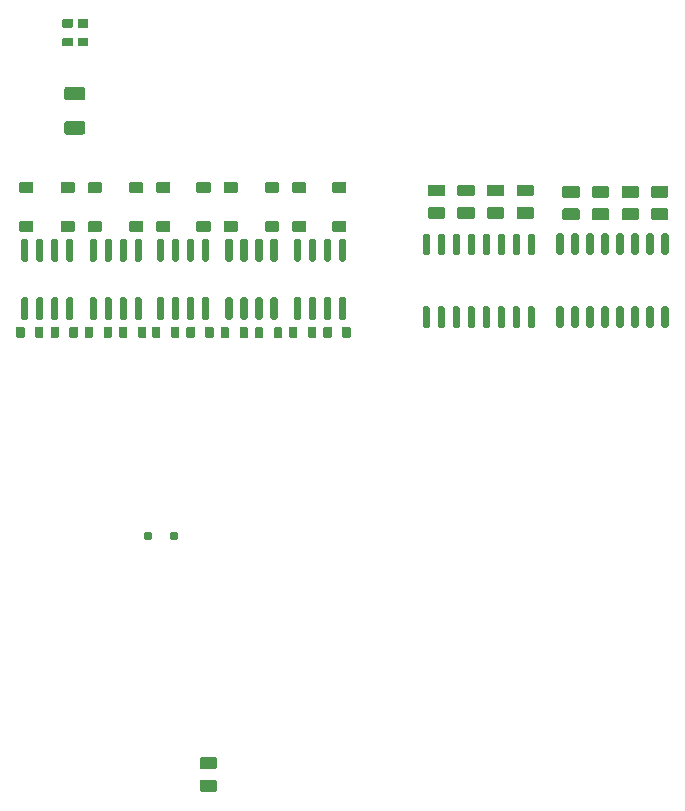
<source format=gtp>
G04 #@! TF.GenerationSoftware,KiCad,Pcbnew,8.0.4-8.0.4-0~ubuntu22.04.1*
G04 #@! TF.CreationDate,2024-07-19T04:05:59+00:00*
G04 #@! TF.ProjectId,PRODashController,50524f44-6173-4684-936f-6e74726f6c6c,rev?*
G04 #@! TF.SameCoordinates,Original*
G04 #@! TF.FileFunction,Paste,Top*
G04 #@! TF.FilePolarity,Positive*
%FSLAX46Y46*%
G04 Gerber Fmt 4.6, Leading zero omitted, Abs format (unit mm)*
G04 Created by KiCad (PCBNEW 8.0.4-8.0.4-0~ubuntu22.04.1) date 2024-07-19 04:05:59*
%MOMM*%
%LPD*%
G01*
G04 APERTURE LIST*
G04 APERTURE END LIST*
G04 #@! TO.C,D7*
G36*
G01*
X28690000Y60450000D02*
X29710000Y60450000D01*
G75*
G02*
X29800000Y60360000I0J-90000D01*
G01*
X29800000Y59640000D01*
G75*
G02*
X29710000Y59550000I-90000J0D01*
G01*
X28690000Y59550000D01*
G75*
G02*
X28600000Y59640000I0J90000D01*
G01*
X28600000Y60360000D01*
G75*
G02*
X28690000Y60450000I90000J0D01*
G01*
G37*
G36*
G01*
X28690000Y57150000D02*
X29710000Y57150000D01*
G75*
G02*
X29800000Y57060000I0J-90000D01*
G01*
X29800000Y56340000D01*
G75*
G02*
X29710000Y56250000I-90000J0D01*
G01*
X28690000Y56250000D01*
G75*
G02*
X28600000Y56340000I0J90000D01*
G01*
X28600000Y57060000D01*
G75*
G02*
X28690000Y57150000I90000J0D01*
G01*
G37*
G04 #@! TD*
G04 #@! TO.C,U4*
G36*
G01*
X29210000Y48775000D02*
X28910000Y48775000D01*
G75*
G02*
X28760000Y48925000I0J150000D01*
G01*
X28760000Y50575000D01*
G75*
G02*
X28910000Y50725000I150000J0D01*
G01*
X29210000Y50725000D01*
G75*
G02*
X29360000Y50575000I0J-150000D01*
G01*
X29360000Y48925000D01*
G75*
G02*
X29210000Y48775000I-150000J0D01*
G01*
G37*
G36*
G01*
X30480000Y48775000D02*
X30180000Y48775000D01*
G75*
G02*
X30030000Y48925000I0J150000D01*
G01*
X30030000Y50575000D01*
G75*
G02*
X30180000Y50725000I150000J0D01*
G01*
X30480000Y50725000D01*
G75*
G02*
X30630000Y50575000I0J-150000D01*
G01*
X30630000Y48925000D01*
G75*
G02*
X30480000Y48775000I-150000J0D01*
G01*
G37*
G36*
G01*
X31750000Y48775000D02*
X31450000Y48775000D01*
G75*
G02*
X31300000Y48925000I0J150000D01*
G01*
X31300000Y50575000D01*
G75*
G02*
X31450000Y50725000I150000J0D01*
G01*
X31750000Y50725000D01*
G75*
G02*
X31900000Y50575000I0J-150000D01*
G01*
X31900000Y48925000D01*
G75*
G02*
X31750000Y48775000I-150000J0D01*
G01*
G37*
G36*
G01*
X33020000Y48775000D02*
X32720000Y48775000D01*
G75*
G02*
X32570000Y48925000I0J150000D01*
G01*
X32570000Y50575000D01*
G75*
G02*
X32720000Y50725000I150000J0D01*
G01*
X33020000Y50725000D01*
G75*
G02*
X33170000Y50575000I0J-150000D01*
G01*
X33170000Y48925000D01*
G75*
G02*
X33020000Y48775000I-150000J0D01*
G01*
G37*
G36*
G01*
X33020000Y53725000D02*
X32720000Y53725000D01*
G75*
G02*
X32570000Y53875000I0J150000D01*
G01*
X32570000Y55525000D01*
G75*
G02*
X32720000Y55675000I150000J0D01*
G01*
X33020000Y55675000D01*
G75*
G02*
X33170000Y55525000I0J-150000D01*
G01*
X33170000Y53875000D01*
G75*
G02*
X33020000Y53725000I-150000J0D01*
G01*
G37*
G36*
G01*
X31750000Y53725000D02*
X31450000Y53725000D01*
G75*
G02*
X31300000Y53875000I0J150000D01*
G01*
X31300000Y55525000D01*
G75*
G02*
X31450000Y55675000I150000J0D01*
G01*
X31750000Y55675000D01*
G75*
G02*
X31900000Y55525000I0J-150000D01*
G01*
X31900000Y53875000D01*
G75*
G02*
X31750000Y53725000I-150000J0D01*
G01*
G37*
G36*
G01*
X30480000Y53725000D02*
X30180000Y53725000D01*
G75*
G02*
X30030000Y53875000I0J150000D01*
G01*
X30030000Y55525000D01*
G75*
G02*
X30180000Y55675000I150000J0D01*
G01*
X30480000Y55675000D01*
G75*
G02*
X30630000Y55525000I0J-150000D01*
G01*
X30630000Y53875000D01*
G75*
G02*
X30480000Y53725000I-150000J0D01*
G01*
G37*
G36*
G01*
X29210000Y53725000D02*
X28910000Y53725000D01*
G75*
G02*
X28760000Y53875000I0J150000D01*
G01*
X28760000Y55525000D01*
G75*
G02*
X28910000Y55675000I150000J0D01*
G01*
X29210000Y55675000D01*
G75*
G02*
X29360000Y55525000I0J-150000D01*
G01*
X29360000Y53875000D01*
G75*
G02*
X29210000Y53725000I-150000J0D01*
G01*
G37*
G04 #@! TD*
G04 #@! TO.C,R21*
G36*
G01*
X52835000Y57230020D02*
X51585000Y57230020D01*
G75*
G02*
X51485000Y57330020I0J100000D01*
G01*
X51485000Y58130020D01*
G75*
G02*
X51585000Y58230020I100000J0D01*
G01*
X52835000Y58230020D01*
G75*
G02*
X52935000Y58130020I0J-100000D01*
G01*
X52935000Y57330020D01*
G75*
G02*
X52835000Y57230020I-100000J0D01*
G01*
G37*
G36*
G01*
X52835000Y59130042D02*
X51585000Y59130042D01*
G75*
G02*
X51485000Y59230042I0J100000D01*
G01*
X51485000Y60030042D01*
G75*
G02*
X51585000Y60130042I100000J0D01*
G01*
X52835000Y60130042D01*
G75*
G02*
X52935000Y60030042I0J-100000D01*
G01*
X52935000Y59230042D01*
G75*
G02*
X52835000Y59130042I-100000J0D01*
G01*
G37*
G04 #@! TD*
G04 #@! TO.C,D10*
G36*
G01*
X9090000Y60450000D02*
X10110000Y60450000D01*
G75*
G02*
X10200000Y60360000I0J-90000D01*
G01*
X10200000Y59640000D01*
G75*
G02*
X10110000Y59550000I-90000J0D01*
G01*
X9090000Y59550000D01*
G75*
G02*
X9000000Y59640000I0J90000D01*
G01*
X9000000Y60360000D01*
G75*
G02*
X9090000Y60450000I90000J0D01*
G01*
G37*
G36*
G01*
X9090000Y57150000D02*
X10110000Y57150000D01*
G75*
G02*
X10200000Y57060000I0J-90000D01*
G01*
X10200000Y56340000D01*
G75*
G02*
X10110000Y56250000I-90000J0D01*
G01*
X9090000Y56250000D01*
G75*
G02*
X9000000Y56340000I0J90000D01*
G01*
X9000000Y57060000D01*
G75*
G02*
X9090000Y57150000I90000J0D01*
G01*
G37*
G04 #@! TD*
G04 #@! TO.C,R1*
G36*
G01*
X11050000Y47360000D02*
X11050000Y48140000D01*
G75*
G02*
X11120000Y48210000I70000J0D01*
G01*
X11680000Y48210000D01*
G75*
G02*
X11750000Y48140000I0J-70000D01*
G01*
X11750000Y47360000D01*
G75*
G02*
X11680000Y47290000I-70000J0D01*
G01*
X11120000Y47290000D01*
G75*
G02*
X11050000Y47360000I0J70000D01*
G01*
G37*
G36*
G01*
X12650000Y47360000D02*
X12650000Y48140000D01*
G75*
G02*
X12720000Y48210000I70000J0D01*
G01*
X13280000Y48210000D01*
G75*
G02*
X13350000Y48140000I0J-70000D01*
G01*
X13350000Y47360000D01*
G75*
G02*
X13280000Y47290000I-70000J0D01*
G01*
X12720000Y47290000D01*
G75*
G02*
X12650000Y47360000I0J70000D01*
G01*
G37*
G04 #@! TD*
G04 #@! TO.C,R16*
G36*
G01*
X43942928Y57342499D02*
X42692928Y57342499D01*
G75*
G02*
X42592928Y57442499I0J100000D01*
G01*
X42592928Y58242499D01*
G75*
G02*
X42692928Y58342499I100000J0D01*
G01*
X43942928Y58342499D01*
G75*
G02*
X44042928Y58242499I0J-100000D01*
G01*
X44042928Y57442499D01*
G75*
G02*
X43942928Y57342499I-100000J0D01*
G01*
G37*
G36*
G01*
X43942928Y59242521D02*
X42692928Y59242521D01*
G75*
G02*
X42592928Y59342521I0J100000D01*
G01*
X42592928Y60142521D01*
G75*
G02*
X42692928Y60242521I100000J0D01*
G01*
X43942928Y60242521D01*
G75*
G02*
X44042928Y60142521I0J-100000D01*
G01*
X44042928Y59342521D01*
G75*
G02*
X43942928Y59242521I-100000J0D01*
G01*
G37*
G04 #@! TD*
G04 #@! TO.C,R11*
G36*
G01*
X9210000Y74250000D02*
X9990000Y74250000D01*
G75*
G02*
X10060000Y74180000I0J-70000D01*
G01*
X10060000Y73620000D01*
G75*
G02*
X9990000Y73550000I-70000J0D01*
G01*
X9210000Y73550000D01*
G75*
G02*
X9140000Y73620000I0J70000D01*
G01*
X9140000Y74180000D01*
G75*
G02*
X9210000Y74250000I70000J0D01*
G01*
G37*
G36*
G01*
X9210000Y72650000D02*
X9990000Y72650000D01*
G75*
G02*
X10060000Y72580000I0J-70000D01*
G01*
X10060000Y72020000D01*
G75*
G02*
X9990000Y71950000I-70000J0D01*
G01*
X9210000Y71950000D01*
G75*
G02*
X9140000Y72020000I0J70000D01*
G01*
X9140000Y72580000D01*
G75*
G02*
X9210000Y72650000I70000J0D01*
G01*
G37*
G04 #@! TD*
G04 #@! TO.C,U3*
G36*
G01*
X23410000Y48775000D02*
X23110000Y48775000D01*
G75*
G02*
X22960000Y48925000I0J150000D01*
G01*
X22960000Y50575000D01*
G75*
G02*
X23110000Y50725000I150000J0D01*
G01*
X23410000Y50725000D01*
G75*
G02*
X23560000Y50575000I0J-150000D01*
G01*
X23560000Y48925000D01*
G75*
G02*
X23410000Y48775000I-150000J0D01*
G01*
G37*
G36*
G01*
X24680000Y48775000D02*
X24380000Y48775000D01*
G75*
G02*
X24230000Y48925000I0J150000D01*
G01*
X24230000Y50575000D01*
G75*
G02*
X24380000Y50725000I150000J0D01*
G01*
X24680000Y50725000D01*
G75*
G02*
X24830000Y50575000I0J-150000D01*
G01*
X24830000Y48925000D01*
G75*
G02*
X24680000Y48775000I-150000J0D01*
G01*
G37*
G36*
G01*
X25950000Y48775000D02*
X25650000Y48775000D01*
G75*
G02*
X25500000Y48925000I0J150000D01*
G01*
X25500000Y50575000D01*
G75*
G02*
X25650000Y50725000I150000J0D01*
G01*
X25950000Y50725000D01*
G75*
G02*
X26100000Y50575000I0J-150000D01*
G01*
X26100000Y48925000D01*
G75*
G02*
X25950000Y48775000I-150000J0D01*
G01*
G37*
G36*
G01*
X27220000Y48775000D02*
X26920000Y48775000D01*
G75*
G02*
X26770000Y48925000I0J150000D01*
G01*
X26770000Y50575000D01*
G75*
G02*
X26920000Y50725000I150000J0D01*
G01*
X27220000Y50725000D01*
G75*
G02*
X27370000Y50575000I0J-150000D01*
G01*
X27370000Y48925000D01*
G75*
G02*
X27220000Y48775000I-150000J0D01*
G01*
G37*
G36*
G01*
X27220000Y53725000D02*
X26920000Y53725000D01*
G75*
G02*
X26770000Y53875000I0J150000D01*
G01*
X26770000Y55525000D01*
G75*
G02*
X26920000Y55675000I150000J0D01*
G01*
X27220000Y55675000D01*
G75*
G02*
X27370000Y55525000I0J-150000D01*
G01*
X27370000Y53875000D01*
G75*
G02*
X27220000Y53725000I-150000J0D01*
G01*
G37*
G36*
G01*
X25950000Y53725000D02*
X25650000Y53725000D01*
G75*
G02*
X25500000Y53875000I0J150000D01*
G01*
X25500000Y55525000D01*
G75*
G02*
X25650000Y55675000I150000J0D01*
G01*
X25950000Y55675000D01*
G75*
G02*
X26100000Y55525000I0J-150000D01*
G01*
X26100000Y53875000D01*
G75*
G02*
X25950000Y53725000I-150000J0D01*
G01*
G37*
G36*
G01*
X24680000Y53725000D02*
X24380000Y53725000D01*
G75*
G02*
X24230000Y53875000I0J150000D01*
G01*
X24230000Y55525000D01*
G75*
G02*
X24380000Y55675000I150000J0D01*
G01*
X24680000Y55675000D01*
G75*
G02*
X24830000Y55525000I0J-150000D01*
G01*
X24830000Y53875000D01*
G75*
G02*
X24680000Y53725000I-150000J0D01*
G01*
G37*
G36*
G01*
X23410000Y53725000D02*
X23110000Y53725000D01*
G75*
G02*
X22960000Y53875000I0J150000D01*
G01*
X22960000Y55525000D01*
G75*
G02*
X23110000Y55675000I150000J0D01*
G01*
X23410000Y55675000D01*
G75*
G02*
X23560000Y55525000I0J-150000D01*
G01*
X23560000Y53875000D01*
G75*
G02*
X23410000Y53725000I-150000J0D01*
G01*
G37*
G04 #@! TD*
G04 #@! TO.C,R12*
G36*
G01*
X11290000Y71950000D02*
X10510000Y71950000D01*
G75*
G02*
X10440000Y72020000I0J70000D01*
G01*
X10440000Y72580000D01*
G75*
G02*
X10510000Y72650000I70000J0D01*
G01*
X11290000Y72650000D01*
G75*
G02*
X11360000Y72580000I0J-70000D01*
G01*
X11360000Y72020000D01*
G75*
G02*
X11290000Y71950000I-70000J0D01*
G01*
G37*
G36*
G01*
X11290000Y73550000D02*
X10510000Y73550000D01*
G75*
G02*
X10440000Y73620000I0J70000D01*
G01*
X10440000Y74180000D01*
G75*
G02*
X10510000Y74250000I70000J0D01*
G01*
X11290000Y74250000D01*
G75*
G02*
X11360000Y74180000I0J-70000D01*
G01*
X11360000Y73620000D01*
G75*
G02*
X11290000Y73550000I-70000J0D01*
G01*
G37*
G04 #@! TD*
G04 #@! TO.C,U5*
G36*
G01*
X6110000Y48775000D02*
X5810000Y48775000D01*
G75*
G02*
X5660000Y48925000I0J150000D01*
G01*
X5660000Y50575000D01*
G75*
G02*
X5810000Y50725000I150000J0D01*
G01*
X6110000Y50725000D01*
G75*
G02*
X6260000Y50575000I0J-150000D01*
G01*
X6260000Y48925000D01*
G75*
G02*
X6110000Y48775000I-150000J0D01*
G01*
G37*
G36*
G01*
X7380000Y48775000D02*
X7080000Y48775000D01*
G75*
G02*
X6930000Y48925000I0J150000D01*
G01*
X6930000Y50575000D01*
G75*
G02*
X7080000Y50725000I150000J0D01*
G01*
X7380000Y50725000D01*
G75*
G02*
X7530000Y50575000I0J-150000D01*
G01*
X7530000Y48925000D01*
G75*
G02*
X7380000Y48775000I-150000J0D01*
G01*
G37*
G36*
G01*
X8650000Y48775000D02*
X8350000Y48775000D01*
G75*
G02*
X8200000Y48925000I0J150000D01*
G01*
X8200000Y50575000D01*
G75*
G02*
X8350000Y50725000I150000J0D01*
G01*
X8650000Y50725000D01*
G75*
G02*
X8800000Y50575000I0J-150000D01*
G01*
X8800000Y48925000D01*
G75*
G02*
X8650000Y48775000I-150000J0D01*
G01*
G37*
G36*
G01*
X9920000Y48775000D02*
X9620000Y48775000D01*
G75*
G02*
X9470000Y48925000I0J150000D01*
G01*
X9470000Y50575000D01*
G75*
G02*
X9620000Y50725000I150000J0D01*
G01*
X9920000Y50725000D01*
G75*
G02*
X10070000Y50575000I0J-150000D01*
G01*
X10070000Y48925000D01*
G75*
G02*
X9920000Y48775000I-150000J0D01*
G01*
G37*
G36*
G01*
X9920000Y53725000D02*
X9620000Y53725000D01*
G75*
G02*
X9470000Y53875000I0J150000D01*
G01*
X9470000Y55525000D01*
G75*
G02*
X9620000Y55675000I150000J0D01*
G01*
X9920000Y55675000D01*
G75*
G02*
X10070000Y55525000I0J-150000D01*
G01*
X10070000Y53875000D01*
G75*
G02*
X9920000Y53725000I-150000J0D01*
G01*
G37*
G36*
G01*
X8650000Y53725000D02*
X8350000Y53725000D01*
G75*
G02*
X8200000Y53875000I0J150000D01*
G01*
X8200000Y55525000D01*
G75*
G02*
X8350000Y55675000I150000J0D01*
G01*
X8650000Y55675000D01*
G75*
G02*
X8800000Y55525000I0J-150000D01*
G01*
X8800000Y53875000D01*
G75*
G02*
X8650000Y53725000I-150000J0D01*
G01*
G37*
G36*
G01*
X7380000Y53725000D02*
X7080000Y53725000D01*
G75*
G02*
X6930000Y53875000I0J150000D01*
G01*
X6930000Y55525000D01*
G75*
G02*
X7080000Y55675000I150000J0D01*
G01*
X7380000Y55675000D01*
G75*
G02*
X7530000Y55525000I0J-150000D01*
G01*
X7530000Y53875000D01*
G75*
G02*
X7380000Y53725000I-150000J0D01*
G01*
G37*
G36*
G01*
X6110000Y53725000D02*
X5810000Y53725000D01*
G75*
G02*
X5660000Y53875000I0J150000D01*
G01*
X5660000Y55525000D01*
G75*
G02*
X5810000Y55675000I150000J0D01*
G01*
X6110000Y55675000D01*
G75*
G02*
X6260000Y55525000I0J-150000D01*
G01*
X6260000Y53875000D01*
G75*
G02*
X6110000Y53725000I-150000J0D01*
G01*
G37*
G04 #@! TD*
G04 #@! TO.C,D1*
G36*
G01*
X11390000Y60450000D02*
X12410000Y60450000D01*
G75*
G02*
X12500000Y60360000I0J-90000D01*
G01*
X12500000Y59640000D01*
G75*
G02*
X12410000Y59550000I-90000J0D01*
G01*
X11390000Y59550000D01*
G75*
G02*
X11300000Y59640000I0J90000D01*
G01*
X11300000Y60360000D01*
G75*
G02*
X11390000Y60450000I90000J0D01*
G01*
G37*
G36*
G01*
X11390000Y57150000D02*
X12410000Y57150000D01*
G75*
G02*
X12500000Y57060000I0J-90000D01*
G01*
X12500000Y56340000D01*
G75*
G02*
X12410000Y56250000I-90000J0D01*
G01*
X11390000Y56250000D01*
G75*
G02*
X11300000Y56340000I0J90000D01*
G01*
X11300000Y57060000D01*
G75*
G02*
X11390000Y57150000I90000J0D01*
G01*
G37*
G04 #@! TD*
G04 #@! TO.C,R3*
G36*
G01*
X16750000Y47360000D02*
X16750000Y48140000D01*
G75*
G02*
X16820000Y48210000I70000J0D01*
G01*
X17380000Y48210000D01*
G75*
G02*
X17450000Y48140000I0J-70000D01*
G01*
X17450000Y47360000D01*
G75*
G02*
X17380000Y47290000I-70000J0D01*
G01*
X16820000Y47290000D01*
G75*
G02*
X16750000Y47360000I0J70000D01*
G01*
G37*
G36*
G01*
X18350000Y47360000D02*
X18350000Y48140000D01*
G75*
G02*
X18420000Y48210000I70000J0D01*
G01*
X18980000Y48210000D01*
G75*
G02*
X19050000Y48140000I0J-70000D01*
G01*
X19050000Y47360000D01*
G75*
G02*
X18980000Y47290000I-70000J0D01*
G01*
X18420000Y47290000D01*
G75*
G02*
X18350000Y47360000I0J70000D01*
G01*
G37*
G04 #@! TD*
G04 #@! TO.C,D6*
G36*
G01*
X26390000Y60450000D02*
X27410000Y60450000D01*
G75*
G02*
X27500000Y60360000I0J-90000D01*
G01*
X27500000Y59640000D01*
G75*
G02*
X27410000Y59550000I-90000J0D01*
G01*
X26390000Y59550000D01*
G75*
G02*
X26300000Y59640000I0J90000D01*
G01*
X26300000Y60360000D01*
G75*
G02*
X26390000Y60450000I90000J0D01*
G01*
G37*
G36*
G01*
X26390000Y57150000D02*
X27410000Y57150000D01*
G75*
G02*
X27500000Y57060000I0J-90000D01*
G01*
X27500000Y56340000D01*
G75*
G02*
X27410000Y56250000I-90000J0D01*
G01*
X26390000Y56250000D01*
G75*
G02*
X26300000Y56340000I0J90000D01*
G01*
X26300000Y57060000D01*
G75*
G02*
X26390000Y57150000I90000J0D01*
G01*
G37*
G04 #@! TD*
G04 #@! TO.C,R9*
G36*
G01*
X5250000Y47360000D02*
X5250000Y48140000D01*
G75*
G02*
X5320000Y48210000I70000J0D01*
G01*
X5880000Y48210000D01*
G75*
G02*
X5950000Y48140000I0J-70000D01*
G01*
X5950000Y47360000D01*
G75*
G02*
X5880000Y47290000I-70000J0D01*
G01*
X5320000Y47290000D01*
G75*
G02*
X5250000Y47360000I0J70000D01*
G01*
G37*
G36*
G01*
X6850000Y47360000D02*
X6850000Y48140000D01*
G75*
G02*
X6920000Y48210000I70000J0D01*
G01*
X7480000Y48210000D01*
G75*
G02*
X7550000Y48140000I0J-70000D01*
G01*
X7550000Y47360000D01*
G75*
G02*
X7480000Y47290000I-70000J0D01*
G01*
X6920000Y47290000D01*
G75*
G02*
X6850000Y47360000I0J70000D01*
G01*
G37*
G04 #@! TD*
G04 #@! TO.C,R15*
G36*
G01*
X46445856Y57342499D02*
X45195856Y57342499D01*
G75*
G02*
X45095856Y57442499I0J100000D01*
G01*
X45095856Y58242499D01*
G75*
G02*
X45195856Y58342499I100000J0D01*
G01*
X46445856Y58342499D01*
G75*
G02*
X46545856Y58242499I0J-100000D01*
G01*
X46545856Y57442499D01*
G75*
G02*
X46445856Y57342499I-100000J0D01*
G01*
G37*
G36*
G01*
X46445856Y59242521D02*
X45195856Y59242521D01*
G75*
G02*
X45095856Y59342521I0J100000D01*
G01*
X45095856Y60142521D01*
G75*
G02*
X45195856Y60242521I100000J0D01*
G01*
X46445856Y60242521D01*
G75*
G02*
X46545856Y60142521I0J-100000D01*
G01*
X46545856Y59342521D01*
G75*
G02*
X46445856Y59242521I-100000J0D01*
G01*
G37*
G04 #@! TD*
G04 #@! TO.C,R20*
G36*
G01*
X55337928Y57230020D02*
X54087928Y57230020D01*
G75*
G02*
X53987928Y57330020I0J100000D01*
G01*
X53987928Y58130020D01*
G75*
G02*
X54087928Y58230020I100000J0D01*
G01*
X55337928Y58230020D01*
G75*
G02*
X55437928Y58130020I0J-100000D01*
G01*
X55437928Y57330020D01*
G75*
G02*
X55337928Y57230020I-100000J0D01*
G01*
G37*
G36*
G01*
X55337928Y59130042D02*
X54087928Y59130042D01*
G75*
G02*
X53987928Y59230042I0J100000D01*
G01*
X53987928Y60030042D01*
G75*
G02*
X54087928Y60130042I100000J0D01*
G01*
X55337928Y60130042D01*
G75*
G02*
X55437928Y60030042I0J-100000D01*
G01*
X55437928Y59230042D01*
G75*
G02*
X55337928Y59130042I-100000J0D01*
G01*
G37*
G04 #@! TD*
G04 #@! TO.C,U1*
G36*
G01*
X11910000Y48775000D02*
X11610000Y48775000D01*
G75*
G02*
X11460000Y48925000I0J150000D01*
G01*
X11460000Y50575000D01*
G75*
G02*
X11610000Y50725000I150000J0D01*
G01*
X11910000Y50725000D01*
G75*
G02*
X12060000Y50575000I0J-150000D01*
G01*
X12060000Y48925000D01*
G75*
G02*
X11910000Y48775000I-150000J0D01*
G01*
G37*
G36*
G01*
X13180000Y48775000D02*
X12880000Y48775000D01*
G75*
G02*
X12730000Y48925000I0J150000D01*
G01*
X12730000Y50575000D01*
G75*
G02*
X12880000Y50725000I150000J0D01*
G01*
X13180000Y50725000D01*
G75*
G02*
X13330000Y50575000I0J-150000D01*
G01*
X13330000Y48925000D01*
G75*
G02*
X13180000Y48775000I-150000J0D01*
G01*
G37*
G36*
G01*
X14450000Y48775000D02*
X14150000Y48775000D01*
G75*
G02*
X14000000Y48925000I0J150000D01*
G01*
X14000000Y50575000D01*
G75*
G02*
X14150000Y50725000I150000J0D01*
G01*
X14450000Y50725000D01*
G75*
G02*
X14600000Y50575000I0J-150000D01*
G01*
X14600000Y48925000D01*
G75*
G02*
X14450000Y48775000I-150000J0D01*
G01*
G37*
G36*
G01*
X15720000Y48775000D02*
X15420000Y48775000D01*
G75*
G02*
X15270000Y48925000I0J150000D01*
G01*
X15270000Y50575000D01*
G75*
G02*
X15420000Y50725000I150000J0D01*
G01*
X15720000Y50725000D01*
G75*
G02*
X15870000Y50575000I0J-150000D01*
G01*
X15870000Y48925000D01*
G75*
G02*
X15720000Y48775000I-150000J0D01*
G01*
G37*
G36*
G01*
X15720000Y53725000D02*
X15420000Y53725000D01*
G75*
G02*
X15270000Y53875000I0J150000D01*
G01*
X15270000Y55525000D01*
G75*
G02*
X15420000Y55675000I150000J0D01*
G01*
X15720000Y55675000D01*
G75*
G02*
X15870000Y55525000I0J-150000D01*
G01*
X15870000Y53875000D01*
G75*
G02*
X15720000Y53725000I-150000J0D01*
G01*
G37*
G36*
G01*
X14450000Y53725000D02*
X14150000Y53725000D01*
G75*
G02*
X14000000Y53875000I0J150000D01*
G01*
X14000000Y55525000D01*
G75*
G02*
X14150000Y55675000I150000J0D01*
G01*
X14450000Y55675000D01*
G75*
G02*
X14600000Y55525000I0J-150000D01*
G01*
X14600000Y53875000D01*
G75*
G02*
X14450000Y53725000I-150000J0D01*
G01*
G37*
G36*
G01*
X13180000Y53725000D02*
X12880000Y53725000D01*
G75*
G02*
X12730000Y53875000I0J150000D01*
G01*
X12730000Y55525000D01*
G75*
G02*
X12880000Y55675000I150000J0D01*
G01*
X13180000Y55675000D01*
G75*
G02*
X13330000Y55525000I0J-150000D01*
G01*
X13330000Y53875000D01*
G75*
G02*
X13180000Y53725000I-150000J0D01*
G01*
G37*
G36*
G01*
X11910000Y53725000D02*
X11610000Y53725000D01*
G75*
G02*
X11460000Y53875000I0J150000D01*
G01*
X11460000Y55525000D01*
G75*
G02*
X11610000Y55675000I150000J0D01*
G01*
X11910000Y55675000D01*
G75*
G02*
X12060000Y55525000I0J-150000D01*
G01*
X12060000Y53875000D01*
G75*
G02*
X11910000Y53725000I-150000J0D01*
G01*
G37*
G04 #@! TD*
G04 #@! TO.C,R13*
G36*
G01*
X20875000Y11750001D02*
X22125000Y11750001D01*
G75*
G02*
X22225000Y11650001I0J-100000D01*
G01*
X22225000Y10850001D01*
G75*
G02*
X22125000Y10750001I-100000J0D01*
G01*
X20875000Y10750001D01*
G75*
G02*
X20775000Y10850001I0J100000D01*
G01*
X20775000Y11650001D01*
G75*
G02*
X20875000Y11750001I100000J0D01*
G01*
G37*
G36*
G01*
X20875000Y9849979D02*
X22125000Y9849979D01*
G75*
G02*
X22225000Y9749979I0J-100000D01*
G01*
X22225000Y8949979D01*
G75*
G02*
X22125000Y8849979I-100000J0D01*
G01*
X20875000Y8849979D01*
G75*
G02*
X20775000Y8949979I0J100000D01*
G01*
X20775000Y9749979D01*
G75*
G02*
X20875000Y9849979I100000J0D01*
G01*
G37*
G04 #@! TD*
G04 #@! TO.C,D8*
G36*
G01*
X32090000Y60450000D02*
X33110000Y60450000D01*
G75*
G02*
X33200000Y60360000I0J-90000D01*
G01*
X33200000Y59640000D01*
G75*
G02*
X33110000Y59550000I-90000J0D01*
G01*
X32090000Y59550000D01*
G75*
G02*
X32000000Y59640000I0J90000D01*
G01*
X32000000Y60360000D01*
G75*
G02*
X32090000Y60450000I90000J0D01*
G01*
G37*
G36*
G01*
X32090000Y57150000D02*
X33110000Y57150000D01*
G75*
G02*
X33200000Y57060000I0J-90000D01*
G01*
X33200000Y56340000D01*
G75*
G02*
X33110000Y56250000I-90000J0D01*
G01*
X32090000Y56250000D01*
G75*
G02*
X32000000Y56340000I0J90000D01*
G01*
X32000000Y57060000D01*
G75*
G02*
X32090000Y57150000I90000J0D01*
G01*
G37*
G04 #@! TD*
G04 #@! TO.C,D5*
G36*
G01*
X22890000Y60450000D02*
X23910000Y60450000D01*
G75*
G02*
X24000000Y60360000I0J-90000D01*
G01*
X24000000Y59640000D01*
G75*
G02*
X23910000Y59550000I-90000J0D01*
G01*
X22890000Y59550000D01*
G75*
G02*
X22800000Y59640000I0J90000D01*
G01*
X22800000Y60360000D01*
G75*
G02*
X22890000Y60450000I90000J0D01*
G01*
G37*
G36*
G01*
X22890000Y57150000D02*
X23910000Y57150000D01*
G75*
G02*
X24000000Y57060000I0J-90000D01*
G01*
X24000000Y56340000D01*
G75*
G02*
X23910000Y56250000I-90000J0D01*
G01*
X22890000Y56250000D01*
G75*
G02*
X22800000Y56340000I0J90000D01*
G01*
X22800000Y57060000D01*
G75*
G02*
X22890000Y57150000I90000J0D01*
G01*
G37*
G04 #@! TD*
G04 #@! TO.C,D4*
G36*
G01*
X20590000Y60450000D02*
X21610000Y60450000D01*
G75*
G02*
X21700000Y60360000I0J-90000D01*
G01*
X21700000Y59640000D01*
G75*
G02*
X21610000Y59550000I-90000J0D01*
G01*
X20590000Y59550000D01*
G75*
G02*
X20500000Y59640000I0J90000D01*
G01*
X20500000Y60360000D01*
G75*
G02*
X20590000Y60450000I90000J0D01*
G01*
G37*
G36*
G01*
X20590000Y57150000D02*
X21610000Y57150000D01*
G75*
G02*
X21700000Y57060000I0J-90000D01*
G01*
X21700000Y56340000D01*
G75*
G02*
X21610000Y56250000I-90000J0D01*
G01*
X20590000Y56250000D01*
G75*
G02*
X20500000Y56340000I0J90000D01*
G01*
X20500000Y57060000D01*
G75*
G02*
X20590000Y57150000I90000J0D01*
G01*
G37*
G04 #@! TD*
G04 #@! TO.C,U6*
G36*
G01*
X48697500Y56105000D02*
X49022500Y56105000D01*
G75*
G02*
X49185000Y55942500I0J-162500D01*
G01*
X49185000Y54442500D01*
G75*
G02*
X49022500Y54280000I-162500J0D01*
G01*
X48697500Y54280000D01*
G75*
G02*
X48535000Y54442500I0J162500D01*
G01*
X48535000Y55942500D01*
G75*
G02*
X48697500Y56105000I162500J0D01*
G01*
G37*
G36*
G01*
X47427500Y56105000D02*
X47752500Y56105000D01*
G75*
G02*
X47915000Y55942500I0J-162500D01*
G01*
X47915000Y54442500D01*
G75*
G02*
X47752500Y54280000I-162500J0D01*
G01*
X47427500Y54280000D01*
G75*
G02*
X47265000Y54442500I0J162500D01*
G01*
X47265000Y55942500D01*
G75*
G02*
X47427500Y56105000I162500J0D01*
G01*
G37*
G36*
G01*
X46157500Y56105000D02*
X46482500Y56105000D01*
G75*
G02*
X46645000Y55942500I0J-162500D01*
G01*
X46645000Y54442500D01*
G75*
G02*
X46482500Y54280000I-162500J0D01*
G01*
X46157500Y54280000D01*
G75*
G02*
X45995000Y54442500I0J162500D01*
G01*
X45995000Y55942500D01*
G75*
G02*
X46157500Y56105000I162500J0D01*
G01*
G37*
G36*
G01*
X44887500Y56105000D02*
X45212500Y56105000D01*
G75*
G02*
X45375000Y55942500I0J-162500D01*
G01*
X45375000Y54442500D01*
G75*
G02*
X45212500Y54280000I-162500J0D01*
G01*
X44887500Y54280000D01*
G75*
G02*
X44725000Y54442500I0J162500D01*
G01*
X44725000Y55942500D01*
G75*
G02*
X44887500Y56105000I162500J0D01*
G01*
G37*
G36*
G01*
X43617500Y56105000D02*
X43942500Y56105000D01*
G75*
G02*
X44105000Y55942500I0J-162500D01*
G01*
X44105000Y54442500D01*
G75*
G02*
X43942500Y54280000I-162500J0D01*
G01*
X43617500Y54280000D01*
G75*
G02*
X43455000Y54442500I0J162500D01*
G01*
X43455000Y55942500D01*
G75*
G02*
X43617500Y56105000I162500J0D01*
G01*
G37*
G36*
G01*
X42347500Y56105000D02*
X42672500Y56105000D01*
G75*
G02*
X42835000Y55942500I0J-162500D01*
G01*
X42835000Y54442500D01*
G75*
G02*
X42672500Y54280000I-162500J0D01*
G01*
X42347500Y54280000D01*
G75*
G02*
X42185000Y54442500I0J162500D01*
G01*
X42185000Y55942500D01*
G75*
G02*
X42347500Y56105000I162500J0D01*
G01*
G37*
G36*
G01*
X41077500Y56105000D02*
X41402500Y56105000D01*
G75*
G02*
X41565000Y55942500I0J-162500D01*
G01*
X41565000Y54442500D01*
G75*
G02*
X41402500Y54280000I-162500J0D01*
G01*
X41077500Y54280000D01*
G75*
G02*
X40915000Y54442500I0J162500D01*
G01*
X40915000Y55942500D01*
G75*
G02*
X41077500Y56105000I162500J0D01*
G01*
G37*
G36*
G01*
X39807500Y56105000D02*
X40132500Y56105000D01*
G75*
G02*
X40295000Y55942500I0J-162500D01*
G01*
X40295000Y54442500D01*
G75*
G02*
X40132500Y54280000I-162500J0D01*
G01*
X39807500Y54280000D01*
G75*
G02*
X39645000Y54442500I0J162500D01*
G01*
X39645000Y55942500D01*
G75*
G02*
X39807500Y56105000I162500J0D01*
G01*
G37*
G36*
G01*
X39807500Y49930000D02*
X40132500Y49930000D01*
G75*
G02*
X40295000Y49767500I0J-162500D01*
G01*
X40295000Y48267500D01*
G75*
G02*
X40132500Y48105000I-162500J0D01*
G01*
X39807500Y48105000D01*
G75*
G02*
X39645000Y48267500I0J162500D01*
G01*
X39645000Y49767500D01*
G75*
G02*
X39807500Y49930000I162500J0D01*
G01*
G37*
G36*
G01*
X41077500Y49930000D02*
X41402500Y49930000D01*
G75*
G02*
X41565000Y49767500I0J-162500D01*
G01*
X41565000Y48267500D01*
G75*
G02*
X41402500Y48105000I-162500J0D01*
G01*
X41077500Y48105000D01*
G75*
G02*
X40915000Y48267500I0J162500D01*
G01*
X40915000Y49767500D01*
G75*
G02*
X41077500Y49930000I162500J0D01*
G01*
G37*
G36*
G01*
X42347500Y49930000D02*
X42672500Y49930000D01*
G75*
G02*
X42835000Y49767500I0J-162500D01*
G01*
X42835000Y48267500D01*
G75*
G02*
X42672500Y48105000I-162500J0D01*
G01*
X42347500Y48105000D01*
G75*
G02*
X42185000Y48267500I0J162500D01*
G01*
X42185000Y49767500D01*
G75*
G02*
X42347500Y49930000I162500J0D01*
G01*
G37*
G36*
G01*
X43617500Y49930000D02*
X43942500Y49930000D01*
G75*
G02*
X44105000Y49767500I0J-162500D01*
G01*
X44105000Y48267500D01*
G75*
G02*
X43942500Y48105000I-162500J0D01*
G01*
X43617500Y48105000D01*
G75*
G02*
X43455000Y48267500I0J162500D01*
G01*
X43455000Y49767500D01*
G75*
G02*
X43617500Y49930000I162500J0D01*
G01*
G37*
G36*
G01*
X44887500Y49930000D02*
X45212500Y49930000D01*
G75*
G02*
X45375000Y49767500I0J-162500D01*
G01*
X45375000Y48267500D01*
G75*
G02*
X45212500Y48105000I-162500J0D01*
G01*
X44887500Y48105000D01*
G75*
G02*
X44725000Y48267500I0J162500D01*
G01*
X44725000Y49767500D01*
G75*
G02*
X44887500Y49930000I162500J0D01*
G01*
G37*
G36*
G01*
X46157500Y49930000D02*
X46482500Y49930000D01*
G75*
G02*
X46645000Y49767500I0J-162500D01*
G01*
X46645000Y48267500D01*
G75*
G02*
X46482500Y48105000I-162500J0D01*
G01*
X46157500Y48105000D01*
G75*
G02*
X45995000Y48267500I0J162500D01*
G01*
X45995000Y49767500D01*
G75*
G02*
X46157500Y49930000I162500J0D01*
G01*
G37*
G36*
G01*
X47427500Y49930000D02*
X47752500Y49930000D01*
G75*
G02*
X47915000Y49767500I0J-162500D01*
G01*
X47915000Y48267500D01*
G75*
G02*
X47752500Y48105000I-162500J0D01*
G01*
X47427500Y48105000D01*
G75*
G02*
X47265000Y48267500I0J162500D01*
G01*
X47265000Y49767500D01*
G75*
G02*
X47427500Y49930000I162500J0D01*
G01*
G37*
G36*
G01*
X48697500Y49930000D02*
X49022500Y49930000D01*
G75*
G02*
X49185000Y49767500I0J-162500D01*
G01*
X49185000Y48267500D01*
G75*
G02*
X49022500Y48105000I-162500J0D01*
G01*
X48697500Y48105000D01*
G75*
G02*
X48535000Y48267500I0J162500D01*
G01*
X48535000Y49767500D01*
G75*
G02*
X48697500Y49930000I162500J0D01*
G01*
G37*
G04 #@! TD*
G04 #@! TO.C,R19*
G36*
G01*
X57840856Y57230020D02*
X56590856Y57230020D01*
G75*
G02*
X56490856Y57330020I0J100000D01*
G01*
X56490856Y58130020D01*
G75*
G02*
X56590856Y58230020I100000J0D01*
G01*
X57840856Y58230020D01*
G75*
G02*
X57940856Y58130020I0J-100000D01*
G01*
X57940856Y57330020D01*
G75*
G02*
X57840856Y57230020I-100000J0D01*
G01*
G37*
G36*
G01*
X57840856Y59130042D02*
X56590856Y59130042D01*
G75*
G02*
X56490856Y59230042I0J100000D01*
G01*
X56490856Y60030042D01*
G75*
G02*
X56590856Y60130042I100000J0D01*
G01*
X57840856Y60130042D01*
G75*
G02*
X57940856Y60030042I0J-100000D01*
G01*
X57940856Y59230042D01*
G75*
G02*
X57840856Y59130042I-100000J0D01*
G01*
G37*
G04 #@! TD*
G04 #@! TO.C,R14*
G36*
G01*
X48948784Y57342499D02*
X47698784Y57342499D01*
G75*
G02*
X47598784Y57442499I0J100000D01*
G01*
X47598784Y58242499D01*
G75*
G02*
X47698784Y58342499I100000J0D01*
G01*
X48948784Y58342499D01*
G75*
G02*
X49048784Y58242499I0J-100000D01*
G01*
X49048784Y57442499D01*
G75*
G02*
X48948784Y57342499I-100000J0D01*
G01*
G37*
G36*
G01*
X48948784Y59242521D02*
X47698784Y59242521D01*
G75*
G02*
X47598784Y59342521I0J100000D01*
G01*
X47598784Y60142521D01*
G75*
G02*
X47698784Y60242521I100000J0D01*
G01*
X48948784Y60242521D01*
G75*
G02*
X49048784Y60142521I0J-100000D01*
G01*
X49048784Y59342521D01*
G75*
G02*
X48948784Y59242521I-100000J0D01*
G01*
G37*
G04 #@! TD*
G04 #@! TO.C,R10*
G36*
G01*
X10450000Y48140000D02*
X10450000Y47360000D01*
G75*
G02*
X10380000Y47290000I-70000J0D01*
G01*
X9820000Y47290000D01*
G75*
G02*
X9750000Y47360000I0J70000D01*
G01*
X9750000Y48140000D01*
G75*
G02*
X9820000Y48210000I70000J0D01*
G01*
X10380000Y48210000D01*
G75*
G02*
X10450000Y48140000I0J-70000D01*
G01*
G37*
G36*
G01*
X8850000Y48140000D02*
X8850000Y47360000D01*
G75*
G02*
X8780000Y47290000I-70000J0D01*
G01*
X8220000Y47290000D01*
G75*
G02*
X8150000Y47360000I0J70000D01*
G01*
X8150000Y48140000D01*
G75*
G02*
X8220000Y48210000I70000J0D01*
G01*
X8780000Y48210000D01*
G75*
G02*
X8850000Y48140000I0J-70000D01*
G01*
G37*
G04 #@! TD*
G04 #@! TO.C,U2*
G36*
G01*
X17610000Y48775000D02*
X17310000Y48775000D01*
G75*
G02*
X17160000Y48925000I0J150000D01*
G01*
X17160000Y50575000D01*
G75*
G02*
X17310000Y50725000I150000J0D01*
G01*
X17610000Y50725000D01*
G75*
G02*
X17760000Y50575000I0J-150000D01*
G01*
X17760000Y48925000D01*
G75*
G02*
X17610000Y48775000I-150000J0D01*
G01*
G37*
G36*
G01*
X18880000Y48775000D02*
X18580000Y48775000D01*
G75*
G02*
X18430000Y48925000I0J150000D01*
G01*
X18430000Y50575000D01*
G75*
G02*
X18580000Y50725000I150000J0D01*
G01*
X18880000Y50725000D01*
G75*
G02*
X19030000Y50575000I0J-150000D01*
G01*
X19030000Y48925000D01*
G75*
G02*
X18880000Y48775000I-150000J0D01*
G01*
G37*
G36*
G01*
X20150000Y48775000D02*
X19850000Y48775000D01*
G75*
G02*
X19700000Y48925000I0J150000D01*
G01*
X19700000Y50575000D01*
G75*
G02*
X19850000Y50725000I150000J0D01*
G01*
X20150000Y50725000D01*
G75*
G02*
X20300000Y50575000I0J-150000D01*
G01*
X20300000Y48925000D01*
G75*
G02*
X20150000Y48775000I-150000J0D01*
G01*
G37*
G36*
G01*
X21420000Y48775000D02*
X21120000Y48775000D01*
G75*
G02*
X20970000Y48925000I0J150000D01*
G01*
X20970000Y50575000D01*
G75*
G02*
X21120000Y50725000I150000J0D01*
G01*
X21420000Y50725000D01*
G75*
G02*
X21570000Y50575000I0J-150000D01*
G01*
X21570000Y48925000D01*
G75*
G02*
X21420000Y48775000I-150000J0D01*
G01*
G37*
G36*
G01*
X21420000Y53725000D02*
X21120000Y53725000D01*
G75*
G02*
X20970000Y53875000I0J150000D01*
G01*
X20970000Y55525000D01*
G75*
G02*
X21120000Y55675000I150000J0D01*
G01*
X21420000Y55675000D01*
G75*
G02*
X21570000Y55525000I0J-150000D01*
G01*
X21570000Y53875000D01*
G75*
G02*
X21420000Y53725000I-150000J0D01*
G01*
G37*
G36*
G01*
X20150000Y53725000D02*
X19850000Y53725000D01*
G75*
G02*
X19700000Y53875000I0J150000D01*
G01*
X19700000Y55525000D01*
G75*
G02*
X19850000Y55675000I150000J0D01*
G01*
X20150000Y55675000D01*
G75*
G02*
X20300000Y55525000I0J-150000D01*
G01*
X20300000Y53875000D01*
G75*
G02*
X20150000Y53725000I-150000J0D01*
G01*
G37*
G36*
G01*
X18880000Y53725000D02*
X18580000Y53725000D01*
G75*
G02*
X18430000Y53875000I0J150000D01*
G01*
X18430000Y55525000D01*
G75*
G02*
X18580000Y55675000I150000J0D01*
G01*
X18880000Y55675000D01*
G75*
G02*
X19030000Y55525000I0J-150000D01*
G01*
X19030000Y53875000D01*
G75*
G02*
X18880000Y53725000I-150000J0D01*
G01*
G37*
G36*
G01*
X17610000Y53725000D02*
X17310000Y53725000D01*
G75*
G02*
X17160000Y53875000I0J150000D01*
G01*
X17160000Y55525000D01*
G75*
G02*
X17310000Y55675000I150000J0D01*
G01*
X17610000Y55675000D01*
G75*
G02*
X17760000Y55525000I0J-150000D01*
G01*
X17760000Y53875000D01*
G75*
G02*
X17610000Y53725000I-150000J0D01*
G01*
G37*
G04 #@! TD*
G04 #@! TO.C,R17*
G36*
G01*
X41440000Y57342499D02*
X40190000Y57342499D01*
G75*
G02*
X40090000Y57442499I0J100000D01*
G01*
X40090000Y58242499D01*
G75*
G02*
X40190000Y58342499I100000J0D01*
G01*
X41440000Y58342499D01*
G75*
G02*
X41540000Y58242499I0J-100000D01*
G01*
X41540000Y57442499D01*
G75*
G02*
X41440000Y57342499I-100000J0D01*
G01*
G37*
G36*
G01*
X41440000Y59242521D02*
X40190000Y59242521D01*
G75*
G02*
X40090000Y59342521I0J100000D01*
G01*
X40090000Y60142521D01*
G75*
G02*
X40190000Y60242521I100000J0D01*
G01*
X41440000Y60242521D01*
G75*
G02*
X41540000Y60142521I0J-100000D01*
G01*
X41540000Y59342521D01*
G75*
G02*
X41440000Y59242521I-100000J0D01*
G01*
G37*
G04 #@! TD*
G04 #@! TO.C,D3*
G36*
G01*
X17190000Y60450000D02*
X18210000Y60450000D01*
G75*
G02*
X18300000Y60360000I0J-90000D01*
G01*
X18300000Y59640000D01*
G75*
G02*
X18210000Y59550000I-90000J0D01*
G01*
X17190000Y59550000D01*
G75*
G02*
X17100000Y59640000I0J90000D01*
G01*
X17100000Y60360000D01*
G75*
G02*
X17190000Y60450000I90000J0D01*
G01*
G37*
G36*
G01*
X17190000Y57150000D02*
X18210000Y57150000D01*
G75*
G02*
X18300000Y57060000I0J-90000D01*
G01*
X18300000Y56340000D01*
G75*
G02*
X18210000Y56250000I-90000J0D01*
G01*
X17190000Y56250000D01*
G75*
G02*
X17100000Y56340000I0J90000D01*
G01*
X17100000Y57060000D01*
G75*
G02*
X17190000Y57150000I90000J0D01*
G01*
G37*
G04 #@! TD*
G04 #@! TO.C,R4*
G36*
G01*
X21950000Y48140000D02*
X21950000Y47360000D01*
G75*
G02*
X21880000Y47290000I-70000J0D01*
G01*
X21320000Y47290000D01*
G75*
G02*
X21250000Y47360000I0J70000D01*
G01*
X21250000Y48140000D01*
G75*
G02*
X21320000Y48210000I70000J0D01*
G01*
X21880000Y48210000D01*
G75*
G02*
X21950000Y48140000I0J-70000D01*
G01*
G37*
G36*
G01*
X20350000Y48140000D02*
X20350000Y47360000D01*
G75*
G02*
X20280000Y47290000I-70000J0D01*
G01*
X19720000Y47290000D01*
G75*
G02*
X19650000Y47360000I0J70000D01*
G01*
X19650000Y48140000D01*
G75*
G02*
X19720000Y48210000I70000J0D01*
G01*
X20280000Y48210000D01*
G75*
G02*
X20350000Y48140000I0J-70000D01*
G01*
G37*
G04 #@! TD*
G04 #@! TO.C,R7*
G36*
G01*
X25450000Y47310000D02*
X25450000Y48090000D01*
G75*
G02*
X25520000Y48160000I70000J0D01*
G01*
X26080000Y48160000D01*
G75*
G02*
X26150000Y48090000I0J-70000D01*
G01*
X26150000Y47310000D01*
G75*
G02*
X26080000Y47240000I-70000J0D01*
G01*
X25520000Y47240000D01*
G75*
G02*
X25450000Y47310000I0J70000D01*
G01*
G37*
G36*
G01*
X27050000Y47310000D02*
X27050000Y48090000D01*
G75*
G02*
X27120000Y48160000I70000J0D01*
G01*
X27680000Y48160000D01*
G75*
G02*
X27750000Y48090000I0J-70000D01*
G01*
X27750000Y47310000D01*
G75*
G02*
X27680000Y47240000I-70000J0D01*
G01*
X27120000Y47240000D01*
G75*
G02*
X27050000Y47310000I0J70000D01*
G01*
G37*
G04 #@! TD*
G04 #@! TO.C,R2*
G36*
G01*
X16250000Y48140000D02*
X16250000Y47360000D01*
G75*
G02*
X16180000Y47290000I-70000J0D01*
G01*
X15620000Y47290000D01*
G75*
G02*
X15550000Y47360000I0J70000D01*
G01*
X15550000Y48140000D01*
G75*
G02*
X15620000Y48210000I70000J0D01*
G01*
X16180000Y48210000D01*
G75*
G02*
X16250000Y48140000I0J-70000D01*
G01*
G37*
G36*
G01*
X14650000Y48140000D02*
X14650000Y47360000D01*
G75*
G02*
X14580000Y47290000I-70000J0D01*
G01*
X14020000Y47290000D01*
G75*
G02*
X13950000Y47360000I0J70000D01*
G01*
X13950000Y48140000D01*
G75*
G02*
X14020000Y48210000I70000J0D01*
G01*
X14580000Y48210000D01*
G75*
G02*
X14650000Y48140000I0J-70000D01*
G01*
G37*
G04 #@! TD*
G04 #@! TO.C,D9*
G36*
G01*
X5590000Y60450000D02*
X6610000Y60450000D01*
G75*
G02*
X6700000Y60360000I0J-90000D01*
G01*
X6700000Y59640000D01*
G75*
G02*
X6610000Y59550000I-90000J0D01*
G01*
X5590000Y59550000D01*
G75*
G02*
X5500000Y59640000I0J90000D01*
G01*
X5500000Y60360000D01*
G75*
G02*
X5590000Y60450000I90000J0D01*
G01*
G37*
G36*
G01*
X5590000Y57150000D02*
X6610000Y57150000D01*
G75*
G02*
X6700000Y57060000I0J-90000D01*
G01*
X6700000Y56340000D01*
G75*
G02*
X6610000Y56250000I-90000J0D01*
G01*
X5590000Y56250000D01*
G75*
G02*
X5500000Y56340000I0J90000D01*
G01*
X5500000Y57060000D01*
G75*
G02*
X5590000Y57150000I90000J0D01*
G01*
G37*
G04 #@! TD*
G04 #@! TO.C,R5*
G36*
G01*
X24850000Y48090000D02*
X24850000Y47310000D01*
G75*
G02*
X24780000Y47240000I-70000J0D01*
G01*
X24220000Y47240000D01*
G75*
G02*
X24150000Y47310000I0J70000D01*
G01*
X24150000Y48090000D01*
G75*
G02*
X24220000Y48160000I70000J0D01*
G01*
X24780000Y48160000D01*
G75*
G02*
X24850000Y48090000I0J-70000D01*
G01*
G37*
G36*
G01*
X23250000Y48090000D02*
X23250000Y47310000D01*
G75*
G02*
X23180000Y47240000I-70000J0D01*
G01*
X22620000Y47240000D01*
G75*
G02*
X22550000Y47310000I0J70000D01*
G01*
X22550000Y48090000D01*
G75*
G02*
X22620000Y48160000I70000J0D01*
G01*
X23180000Y48160000D01*
G75*
G02*
X23250000Y48090000I0J-70000D01*
G01*
G37*
G04 #@! TD*
G04 #@! TO.C,R8*
G36*
G01*
X33550000Y48140000D02*
X33550000Y47360000D01*
G75*
G02*
X33480000Y47290000I-70000J0D01*
G01*
X32920000Y47290000D01*
G75*
G02*
X32850000Y47360000I0J70000D01*
G01*
X32850000Y48140000D01*
G75*
G02*
X32920000Y48210000I70000J0D01*
G01*
X33480000Y48210000D01*
G75*
G02*
X33550000Y48140000I0J-70000D01*
G01*
G37*
G36*
G01*
X31950000Y48140000D02*
X31950000Y47360000D01*
G75*
G02*
X31880000Y47290000I-70000J0D01*
G01*
X31320000Y47290000D01*
G75*
G02*
X31250000Y47360000I0J70000D01*
G01*
X31250000Y48140000D01*
G75*
G02*
X31320000Y48210000I70000J0D01*
G01*
X31880000Y48210000D01*
G75*
G02*
X31950000Y48140000I0J-70000D01*
G01*
G37*
G04 #@! TD*
G04 #@! TO.C,F1*
G36*
G01*
X9300000Y67605010D02*
X9300000Y68295010D01*
G75*
G02*
X9530000Y68525010I230000J0D01*
G01*
X10870000Y68525010D01*
G75*
G02*
X11100000Y68295010I0J-230000D01*
G01*
X11100000Y67605010D01*
G75*
G02*
X10870000Y67375010I-230000J0D01*
G01*
X9530000Y67375010D01*
G75*
G02*
X9300000Y67605010I0J230000D01*
G01*
G37*
G36*
G01*
X9300000Y64704990D02*
X9300000Y65394990D01*
G75*
G02*
X9530000Y65624990I230000J0D01*
G01*
X10870000Y65624990D01*
G75*
G02*
X11100000Y65394990I0J-230000D01*
G01*
X11100000Y64704990D01*
G75*
G02*
X10870000Y64474990I-230000J0D01*
G01*
X9530000Y64474990D01*
G75*
G02*
X9300000Y64704990I0J230000D01*
G01*
G37*
G04 #@! TD*
G04 #@! TO.C,D11*
G36*
G01*
X18840000Y30200000D02*
X18360000Y30200000D01*
G75*
G02*
X18300000Y30260000I0J60000D01*
G01*
X18300000Y30740000D01*
G75*
G02*
X18360000Y30800000I60000J0D01*
G01*
X18840000Y30800000D01*
G75*
G02*
X18900000Y30740000I0J-60000D01*
G01*
X18900000Y30260000D01*
G75*
G02*
X18840000Y30200000I-60000J0D01*
G01*
G37*
G36*
G01*
X16640000Y30200000D02*
X16160000Y30200000D01*
G75*
G02*
X16100000Y30260000I0J60000D01*
G01*
X16100000Y30740000D01*
G75*
G02*
X16160000Y30800000I60000J0D01*
G01*
X16640000Y30800000D01*
G75*
G02*
X16700000Y30740000I0J-60000D01*
G01*
X16700000Y30260000D01*
G75*
G02*
X16640000Y30200000I-60000J0D01*
G01*
G37*
G04 #@! TD*
G04 #@! TO.C,R18*
G36*
G01*
X60343784Y57230020D02*
X59093784Y57230020D01*
G75*
G02*
X58993784Y57330020I0J100000D01*
G01*
X58993784Y58130020D01*
G75*
G02*
X59093784Y58230020I100000J0D01*
G01*
X60343784Y58230020D01*
G75*
G02*
X60443784Y58130020I0J-100000D01*
G01*
X60443784Y57330020D01*
G75*
G02*
X60343784Y57230020I-100000J0D01*
G01*
G37*
G36*
G01*
X60343784Y59130042D02*
X59093784Y59130042D01*
G75*
G02*
X58993784Y59230042I0J100000D01*
G01*
X58993784Y60030042D01*
G75*
G02*
X59093784Y60130042I100000J0D01*
G01*
X60343784Y60130042D01*
G75*
G02*
X60443784Y60030042I0J-100000D01*
G01*
X60443784Y59230042D01*
G75*
G02*
X60343784Y59130042I-100000J0D01*
G01*
G37*
G04 #@! TD*
G04 #@! TO.C,D2*
G36*
G01*
X14890000Y60450000D02*
X15910000Y60450000D01*
G75*
G02*
X16000000Y60360000I0J-90000D01*
G01*
X16000000Y59640000D01*
G75*
G02*
X15910000Y59550000I-90000J0D01*
G01*
X14890000Y59550000D01*
G75*
G02*
X14800000Y59640000I0J90000D01*
G01*
X14800000Y60360000D01*
G75*
G02*
X14890000Y60450000I90000J0D01*
G01*
G37*
G36*
G01*
X14890000Y57150000D02*
X15910000Y57150000D01*
G75*
G02*
X16000000Y57060000I0J-90000D01*
G01*
X16000000Y56340000D01*
G75*
G02*
X15910000Y56250000I-90000J0D01*
G01*
X14890000Y56250000D01*
G75*
G02*
X14800000Y56340000I0J90000D01*
G01*
X14800000Y57060000D01*
G75*
G02*
X14890000Y57150000I90000J0D01*
G01*
G37*
G04 #@! TD*
G04 #@! TO.C,R6*
G36*
G01*
X28350000Y47360000D02*
X28350000Y48140000D01*
G75*
G02*
X28420000Y48210000I70000J0D01*
G01*
X28980000Y48210000D01*
G75*
G02*
X29050000Y48140000I0J-70000D01*
G01*
X29050000Y47360000D01*
G75*
G02*
X28980000Y47290000I-70000J0D01*
G01*
X28420000Y47290000D01*
G75*
G02*
X28350000Y47360000I0J70000D01*
G01*
G37*
G36*
G01*
X29950000Y47360000D02*
X29950000Y48140000D01*
G75*
G02*
X30020000Y48210000I70000J0D01*
G01*
X30580000Y48210000D01*
G75*
G02*
X30650000Y48140000I0J-70000D01*
G01*
X30650000Y47360000D01*
G75*
G02*
X30580000Y47290000I-70000J0D01*
G01*
X30020000Y47290000D01*
G75*
G02*
X29950000Y47360000I0J70000D01*
G01*
G37*
G04 #@! TD*
G04 #@! TO.C,U7*
G36*
G01*
X60007500Y56130000D02*
X60332500Y56130000D01*
G75*
G02*
X60495000Y55967500I0J-162500D01*
G01*
X60495000Y54467500D01*
G75*
G02*
X60332500Y54305000I-162500J0D01*
G01*
X60007500Y54305000D01*
G75*
G02*
X59845000Y54467500I0J162500D01*
G01*
X59845000Y55967500D01*
G75*
G02*
X60007500Y56130000I162500J0D01*
G01*
G37*
G36*
G01*
X58737500Y56130000D02*
X59062500Y56130000D01*
G75*
G02*
X59225000Y55967500I0J-162500D01*
G01*
X59225000Y54467500D01*
G75*
G02*
X59062500Y54305000I-162500J0D01*
G01*
X58737500Y54305000D01*
G75*
G02*
X58575000Y54467500I0J162500D01*
G01*
X58575000Y55967500D01*
G75*
G02*
X58737500Y56130000I162500J0D01*
G01*
G37*
G36*
G01*
X57467500Y56130000D02*
X57792500Y56130000D01*
G75*
G02*
X57955000Y55967500I0J-162500D01*
G01*
X57955000Y54467500D01*
G75*
G02*
X57792500Y54305000I-162500J0D01*
G01*
X57467500Y54305000D01*
G75*
G02*
X57305000Y54467500I0J162500D01*
G01*
X57305000Y55967500D01*
G75*
G02*
X57467500Y56130000I162500J0D01*
G01*
G37*
G36*
G01*
X56197500Y56130000D02*
X56522500Y56130000D01*
G75*
G02*
X56685000Y55967500I0J-162500D01*
G01*
X56685000Y54467500D01*
G75*
G02*
X56522500Y54305000I-162500J0D01*
G01*
X56197500Y54305000D01*
G75*
G02*
X56035000Y54467500I0J162500D01*
G01*
X56035000Y55967500D01*
G75*
G02*
X56197500Y56130000I162500J0D01*
G01*
G37*
G36*
G01*
X54927500Y56130000D02*
X55252500Y56130000D01*
G75*
G02*
X55415000Y55967500I0J-162500D01*
G01*
X55415000Y54467500D01*
G75*
G02*
X55252500Y54305000I-162500J0D01*
G01*
X54927500Y54305000D01*
G75*
G02*
X54765000Y54467500I0J162500D01*
G01*
X54765000Y55967500D01*
G75*
G02*
X54927500Y56130000I162500J0D01*
G01*
G37*
G36*
G01*
X53657500Y56130000D02*
X53982500Y56130000D01*
G75*
G02*
X54145000Y55967500I0J-162500D01*
G01*
X54145000Y54467500D01*
G75*
G02*
X53982500Y54305000I-162500J0D01*
G01*
X53657500Y54305000D01*
G75*
G02*
X53495000Y54467500I0J162500D01*
G01*
X53495000Y55967500D01*
G75*
G02*
X53657500Y56130000I162500J0D01*
G01*
G37*
G36*
G01*
X52387500Y56130000D02*
X52712500Y56130000D01*
G75*
G02*
X52875000Y55967500I0J-162500D01*
G01*
X52875000Y54467500D01*
G75*
G02*
X52712500Y54305000I-162500J0D01*
G01*
X52387500Y54305000D01*
G75*
G02*
X52225000Y54467500I0J162500D01*
G01*
X52225000Y55967500D01*
G75*
G02*
X52387500Y56130000I162500J0D01*
G01*
G37*
G36*
G01*
X51117500Y56130000D02*
X51442500Y56130000D01*
G75*
G02*
X51605000Y55967500I0J-162500D01*
G01*
X51605000Y54467500D01*
G75*
G02*
X51442500Y54305000I-162500J0D01*
G01*
X51117500Y54305000D01*
G75*
G02*
X50955000Y54467500I0J162500D01*
G01*
X50955000Y55967500D01*
G75*
G02*
X51117500Y56130000I162500J0D01*
G01*
G37*
G36*
G01*
X51117500Y49955000D02*
X51442500Y49955000D01*
G75*
G02*
X51605000Y49792500I0J-162500D01*
G01*
X51605000Y48292500D01*
G75*
G02*
X51442500Y48130000I-162500J0D01*
G01*
X51117500Y48130000D01*
G75*
G02*
X50955000Y48292500I0J162500D01*
G01*
X50955000Y49792500D01*
G75*
G02*
X51117500Y49955000I162500J0D01*
G01*
G37*
G36*
G01*
X52387500Y49955000D02*
X52712500Y49955000D01*
G75*
G02*
X52875000Y49792500I0J-162500D01*
G01*
X52875000Y48292500D01*
G75*
G02*
X52712500Y48130000I-162500J0D01*
G01*
X52387500Y48130000D01*
G75*
G02*
X52225000Y48292500I0J162500D01*
G01*
X52225000Y49792500D01*
G75*
G02*
X52387500Y49955000I162500J0D01*
G01*
G37*
G36*
G01*
X53657500Y49955000D02*
X53982500Y49955000D01*
G75*
G02*
X54145000Y49792500I0J-162500D01*
G01*
X54145000Y48292500D01*
G75*
G02*
X53982500Y48130000I-162500J0D01*
G01*
X53657500Y48130000D01*
G75*
G02*
X53495000Y48292500I0J162500D01*
G01*
X53495000Y49792500D01*
G75*
G02*
X53657500Y49955000I162500J0D01*
G01*
G37*
G36*
G01*
X54927500Y49955000D02*
X55252500Y49955000D01*
G75*
G02*
X55415000Y49792500I0J-162500D01*
G01*
X55415000Y48292500D01*
G75*
G02*
X55252500Y48130000I-162500J0D01*
G01*
X54927500Y48130000D01*
G75*
G02*
X54765000Y48292500I0J162500D01*
G01*
X54765000Y49792500D01*
G75*
G02*
X54927500Y49955000I162500J0D01*
G01*
G37*
G36*
G01*
X56197500Y49955000D02*
X56522500Y49955000D01*
G75*
G02*
X56685000Y49792500I0J-162500D01*
G01*
X56685000Y48292500D01*
G75*
G02*
X56522500Y48130000I-162500J0D01*
G01*
X56197500Y48130000D01*
G75*
G02*
X56035000Y48292500I0J162500D01*
G01*
X56035000Y49792500D01*
G75*
G02*
X56197500Y49955000I162500J0D01*
G01*
G37*
G36*
G01*
X57467500Y49955000D02*
X57792500Y49955000D01*
G75*
G02*
X57955000Y49792500I0J-162500D01*
G01*
X57955000Y48292500D01*
G75*
G02*
X57792500Y48130000I-162500J0D01*
G01*
X57467500Y48130000D01*
G75*
G02*
X57305000Y48292500I0J162500D01*
G01*
X57305000Y49792500D01*
G75*
G02*
X57467500Y49955000I162500J0D01*
G01*
G37*
G36*
G01*
X58737500Y49955000D02*
X59062500Y49955000D01*
G75*
G02*
X59225000Y49792500I0J-162500D01*
G01*
X59225000Y48292500D01*
G75*
G02*
X59062500Y48130000I-162500J0D01*
G01*
X58737500Y48130000D01*
G75*
G02*
X58575000Y48292500I0J162500D01*
G01*
X58575000Y49792500D01*
G75*
G02*
X58737500Y49955000I162500J0D01*
G01*
G37*
G36*
G01*
X60007500Y49955000D02*
X60332500Y49955000D01*
G75*
G02*
X60495000Y49792500I0J-162500D01*
G01*
X60495000Y48292500D01*
G75*
G02*
X60332500Y48130000I-162500J0D01*
G01*
X60007500Y48130000D01*
G75*
G02*
X59845000Y48292500I0J162500D01*
G01*
X59845000Y49792500D01*
G75*
G02*
X60007500Y49955000I162500J0D01*
G01*
G37*
G04 #@! TD*
M02*

</source>
